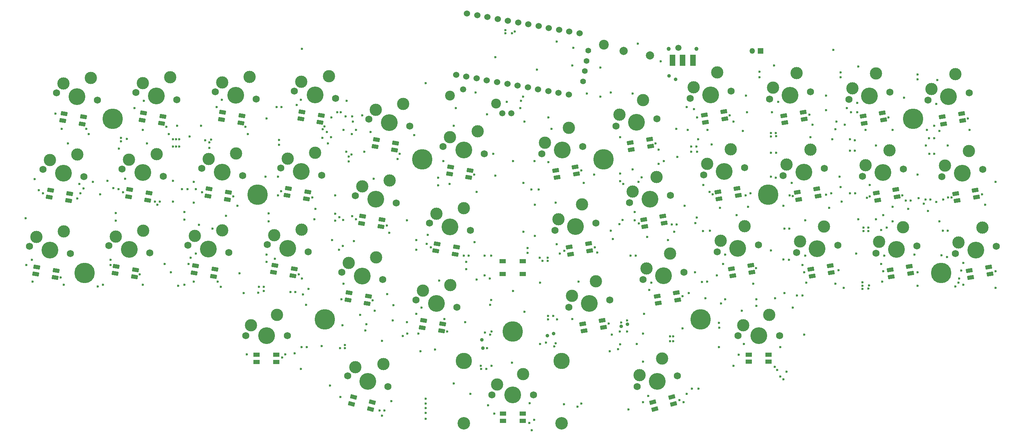
<source format=gts>
G04 #@! TF.GenerationSoftware,KiCad,Pcbnew,7.0.1*
G04 #@! TF.CreationDate,2025-01-08T11:43:02+07:00*
G04 #@! TF.ProjectId,reviung41,72657669-756e-4673-9431-2e6b69636164,1.4*
G04 #@! TF.SameCoordinates,PX2faf080PY2faf080*
G04 #@! TF.FileFunction,Soldermask,Top*
G04 #@! TF.FilePolarity,Negative*
%FSLAX46Y46*%
G04 Gerber Fmt 4.6, Leading zero omitted, Abs format (unit mm)*
G04 Created by KiCad (PCBNEW 7.0.1) date 2025-01-08 11:43:02*
%MOMM*%
%LPD*%
G01*
G04 APERTURE LIST*
G04 Aperture macros list*
%AMRoundRect*
0 Rectangle with rounded corners*
0 $1 Rounding radius*
0 $2 $3 $4 $5 $6 $7 $8 $9 X,Y pos of 4 corners*
0 Add a 4 corners polygon primitive as box body*
4,1,4,$2,$3,$4,$5,$6,$7,$8,$9,$2,$3,0*
0 Add four circle primitives for the rounded corners*
1,1,$1+$1,$2,$3*
1,1,$1+$1,$4,$5*
1,1,$1+$1,$6,$7*
1,1,$1+$1,$8,$9*
0 Add four rect primitives between the rounded corners*
20,1,$1+$1,$2,$3,$4,$5,0*
20,1,$1+$1,$4,$5,$6,$7,0*
20,1,$1+$1,$6,$7,$8,$9,0*
20,1,$1+$1,$8,$9,$2,$3,0*%
%AMRotRect*
0 Rectangle, with rotation*
0 The origin of the aperture is its center*
0 $1 length*
0 $2 width*
0 $3 Rotation angle, in degrees counterclockwise*
0 Add horizontal line*
21,1,$1,$2,0,0,$3*%
G04 Aperture macros list end*
%ADD10R,1.350000X1.350000*%
%ADD11O,1.350000X1.350000*%
%ADD12C,1.000000*%
%ADD13RoundRect,0.102000X0.600000X1.250000X-0.600000X1.250000X-0.600000X-1.250000X0.600000X-1.250000X0*%
%ADD14C,1.750000*%
%ADD15C,3.000000*%
%ADD16C,3.987800*%
%ADD17C,3.048000*%
%ADD18C,1.524000*%
%ADD19R,1.500000X1.000000*%
%ADD20C,5.000000*%
%ADD21C,2.400000*%
%ADD22C,4.100000*%
%ADD23RotRect,1.600000X1.000000X350.000000*%
%ADD24RotRect,1.600000X1.000000X10.000000*%
%ADD25R,1.600000X1.000000*%
%ADD26C,1.400000*%
%ADD27RotRect,1.600000X1.000000X345.000000*%
%ADD28RotRect,1.600000X1.000000X15.000000*%
%ADD29C,2.000000*%
%ADD30C,0.600000*%
%ADD31C,1.500000*%
%ADD32C,0.900000*%
G04 APERTURE END LIST*
D10*
X155215998Y-10960001D03*
D11*
X153215998Y-10960001D03*
D12*
X139582000Y-10452000D03*
X132782000Y-10452000D03*
D13*
X138682000Y-13202000D03*
X136182000Y-13202000D03*
X133682000Y-13202000D03*
D14*
X-16722823Y-21217867D03*
D15*
X-15031051Y-18936989D03*
D16*
X-11720000Y-22100000D03*
D15*
X-8336456Y-17538243D03*
D14*
X-6717177Y-22982133D03*
X2667177Y-21107867D03*
D15*
X4358949Y-18826989D03*
D16*
X7670000Y-21990000D03*
D15*
X11053544Y-17428243D03*
D14*
X12672823Y-22872133D03*
X22017177Y-20947867D03*
D15*
X23708949Y-18666989D03*
D16*
X27020000Y-21830000D03*
D15*
X30403544Y-17268243D03*
D14*
X32022823Y-22712133D03*
X41387177Y-20807867D03*
D15*
X43078949Y-18526989D03*
D16*
X46390000Y-21690000D03*
D15*
X49773544Y-17128243D03*
D14*
X51392823Y-22572133D03*
X59537177Y-27597867D03*
D15*
X61228949Y-25316989D03*
D16*
X64540000Y-28480000D03*
D15*
X67923544Y-23918243D03*
D14*
X69542823Y-29362133D03*
X77707177Y-34307867D03*
D15*
X79398949Y-32026989D03*
D16*
X82710000Y-35190000D03*
D15*
X86093544Y-30628243D03*
D14*
X87712823Y-36072133D03*
X-20052823Y-39947867D03*
D15*
X-18361051Y-37666989D03*
D16*
X-15050000Y-40830000D03*
D15*
X-11666456Y-36268243D03*
D14*
X-10047177Y-41712133D03*
X-692823Y-39827867D03*
D15*
X998949Y-37546989D03*
D16*
X4310000Y-40710000D03*
D15*
X7693544Y-36148243D03*
D14*
X9312823Y-41592133D03*
X18707177Y-39667867D03*
D15*
X20398949Y-37386989D03*
D16*
X23710000Y-40550000D03*
D15*
X27093544Y-35988243D03*
D14*
X28712823Y-41432133D03*
X38067177Y-39557867D03*
D15*
X39758949Y-37276989D03*
D16*
X43070000Y-40440000D03*
D15*
X46453544Y-35878243D03*
D14*
X48072823Y-41322133D03*
X56217177Y-46337867D03*
D15*
X57908949Y-44056989D03*
D16*
X61220000Y-47220000D03*
D15*
X64603544Y-42658243D03*
D14*
X66222823Y-48102133D03*
X74367177Y-53057867D03*
D15*
X76058949Y-50776989D03*
D16*
X79370000Y-53940000D03*
D15*
X82753544Y-49378243D03*
D14*
X84372823Y-54822133D03*
X-23372823Y-58737867D03*
D15*
X-21681051Y-56456989D03*
D16*
X-18370000Y-59620000D03*
D15*
X-14986456Y-55058243D03*
D14*
X-13367177Y-60502133D03*
X-3972823Y-58577867D03*
D15*
X-2281051Y-56296989D03*
D16*
X1030000Y-59460000D03*
D15*
X4413544Y-54898243D03*
D14*
X6032823Y-60342133D03*
X15367177Y-58467867D03*
D15*
X17058949Y-56186989D03*
D16*
X20370000Y-59350000D03*
D15*
X23753544Y-54788243D03*
D14*
X25372823Y-60232133D03*
X34751797Y-58316238D03*
D15*
X36443569Y-56035360D03*
D16*
X39754620Y-59198371D03*
D15*
X43138164Y-54636614D03*
D14*
X44757443Y-60080504D03*
X52907177Y-65067867D03*
D15*
X54598949Y-62786989D03*
D16*
X57910000Y-65950000D03*
D15*
X61293544Y-61388243D03*
D14*
X62912823Y-66832133D03*
X71057177Y-71827867D03*
D15*
X72748949Y-69546989D03*
D16*
X76060000Y-72710000D03*
D15*
X79443544Y-68148243D03*
D14*
X81062823Y-73592133D03*
X101767177Y-36072133D03*
D15*
X102576816Y-33350188D03*
D16*
X106770000Y-35190000D03*
D15*
X108389279Y-29746110D03*
D14*
X111772823Y-34307867D03*
X119917177Y-29292133D03*
D15*
X120726816Y-26570188D03*
D16*
X124920000Y-28410000D03*
D15*
X126539279Y-22966110D03*
D14*
X129922823Y-27527867D03*
X138047177Y-22552133D03*
D15*
X138856816Y-19830188D03*
D16*
X143050000Y-21670000D03*
D15*
X144669279Y-16226110D03*
D14*
X148052823Y-20787867D03*
X157437177Y-22692133D03*
D15*
X158246816Y-19970188D03*
D16*
X162440000Y-21810000D03*
D15*
X164059279Y-16366110D03*
D14*
X167442823Y-20927867D03*
X176807177Y-22822133D03*
D15*
X177616816Y-20100188D03*
D16*
X181810000Y-21940000D03*
D15*
X183429279Y-16496110D03*
D14*
X186812823Y-21057867D03*
X196147177Y-22982133D03*
D15*
X196956816Y-20260188D03*
D16*
X201150000Y-22100000D03*
D15*
X202769279Y-16656110D03*
D14*
X206152823Y-21217867D03*
X105037177Y-54802133D03*
D15*
X105846816Y-52080188D03*
D16*
X110040000Y-53920000D03*
D15*
X111659279Y-48476110D03*
D14*
X115042823Y-53037867D03*
X123207177Y-48062133D03*
D15*
X124016816Y-45340188D03*
D16*
X128210000Y-47180000D03*
D15*
X129829279Y-41736110D03*
D14*
X133212823Y-46297867D03*
X141337177Y-41292133D03*
D15*
X142146816Y-38570188D03*
D16*
X146340000Y-40410000D03*
D15*
X147959279Y-34966110D03*
D14*
X151342823Y-39527867D03*
X160767177Y-41432133D03*
D15*
X161576816Y-38710188D03*
D16*
X165770000Y-40550000D03*
D15*
X167389279Y-35106110D03*
D14*
X170772823Y-39667867D03*
X180097177Y-41592133D03*
D15*
X180906816Y-38870188D03*
D16*
X185100000Y-40710000D03*
D15*
X186719279Y-35266110D03*
D14*
X190102823Y-39827867D03*
X199487177Y-41712133D03*
D15*
X200296816Y-38990188D03*
D16*
X204490000Y-40830000D03*
D15*
X206109279Y-35386110D03*
D14*
X209492823Y-39947867D03*
X108387177Y-73572133D03*
D15*
X109196816Y-70850188D03*
D16*
X113390000Y-72690000D03*
D15*
X115009279Y-67246110D03*
D14*
X118392823Y-71807867D03*
X126517177Y-66812133D03*
D15*
X127326816Y-64090188D03*
D16*
X131520000Y-65930000D03*
D15*
X133139279Y-60486110D03*
D14*
X136522823Y-65047867D03*
X144667177Y-60092133D03*
D15*
X145476816Y-57370188D03*
D16*
X149670000Y-59210000D03*
D15*
X151289279Y-53766110D03*
D14*
X154672823Y-58327867D03*
X164057177Y-60202133D03*
D15*
X164866816Y-57480188D03*
D16*
X169060000Y-59320000D03*
D15*
X170679279Y-53876110D03*
D14*
X174062823Y-58437867D03*
X183407177Y-60362133D03*
D15*
X184216816Y-57640188D03*
D16*
X188410000Y-59480000D03*
D15*
X190029279Y-54036110D03*
D14*
X193412823Y-58597867D03*
X202777177Y-60502133D03*
D15*
X203586816Y-57780188D03*
D16*
X207780000Y-59620000D03*
D15*
X209399279Y-54176110D03*
D14*
X212782823Y-58737867D03*
X29450000Y-80570000D03*
D15*
X30720000Y-78030000D03*
D16*
X34530000Y-80570000D03*
D15*
X37070000Y-75490000D03*
D14*
X39610000Y-80570000D03*
X54395358Y-90400081D03*
D15*
X56279484Y-88275330D03*
D16*
X59302261Y-91714882D03*
D15*
X63070513Y-87465379D03*
D14*
X64209164Y-93029683D03*
D16*
X82782000Y-86745000D03*
D17*
X82782000Y-101985000D03*
D14*
X89640000Y-95000000D03*
D15*
X90910000Y-92460000D03*
D16*
X94720000Y-95000000D03*
D15*
X97260000Y-89920000D03*
D14*
X99800000Y-95000000D03*
D16*
X106658000Y-86745000D03*
D17*
X106658000Y-101985000D03*
D14*
X125123097Y-93024801D03*
D15*
X125692422Y-90242649D03*
D16*
X130030000Y-91710000D03*
D15*
X131168651Y-86145696D03*
D14*
X134936903Y-90395199D03*
X149690000Y-80550000D03*
D15*
X150960000Y-78010000D03*
D16*
X154770000Y-80550000D03*
D15*
X157310000Y-75470000D03*
D14*
X159850000Y-80550000D03*
D18*
X83513659Y-1810156D03*
X86015071Y-2251222D03*
X88516482Y-2692289D03*
X91017894Y-3133355D03*
X93519306Y-3574421D03*
X96020718Y-4015488D03*
X98522129Y-4456554D03*
X101023541Y-4897621D03*
X103524953Y-5338687D03*
X106026364Y-5779753D03*
X108527776Y-6220820D03*
X111029188Y-6661886D03*
X108386262Y-21650660D03*
X105884851Y-21209594D03*
X103383439Y-20768527D03*
X100882027Y-20327461D03*
X98380616Y-19886395D03*
X95879204Y-19445328D03*
X93377792Y-19004262D03*
X90876381Y-18563195D03*
X88374969Y-18122129D03*
X85873557Y-17681063D03*
X83372146Y-17239996D03*
X80870734Y-16798930D03*
D19*
X92220000Y-62320000D03*
X92220000Y-65520000D03*
X97120000Y-65520000D03*
X97120000Y-62320000D03*
D20*
X-2990000Y-27590000D03*
X-9870000Y-65240000D03*
X32400000Y-46100000D03*
X48770000Y-76530000D03*
X94660000Y-79530000D03*
X140560000Y-76530000D03*
X157050000Y-46090000D03*
X199320000Y-65240000D03*
X192470000Y-27580000D03*
X116840000Y-37480000D03*
X72620000Y-37480000D03*
D21*
X116930000Y-9420000D03*
X90630000Y-23860000D03*
X79390000Y-21860000D03*
D22*
X76060000Y-72710000D03*
D23*
X72589454Y-78571394D03*
X72893339Y-76847980D03*
X77620416Y-77681491D03*
X77316531Y-79404905D03*
D22*
X124920000Y-28410000D03*
D24*
X123663469Y-35104905D03*
X123359584Y-33381491D03*
X128086661Y-32547980D03*
X128390546Y-34271394D03*
D22*
X149670000Y-59210000D03*
D24*
X148413469Y-65904905D03*
X148109584Y-64181491D03*
X152836661Y-63347980D03*
X153140546Y-65071394D03*
D22*
X57910000Y-65950000D03*
D23*
X54439454Y-71811394D03*
X54743339Y-70087980D03*
X59470416Y-70921491D03*
X59166531Y-72644905D03*
D22*
X-11720000Y-22100000D03*
D23*
X-15190546Y-27961394D03*
X-14886661Y-26237980D03*
X-10159584Y-27071491D03*
X-10463469Y-28794905D03*
D22*
X23710000Y-40550000D03*
D23*
X20239454Y-46411394D03*
X20543339Y-44687980D03*
X25270416Y-45521491D03*
X24966531Y-47244905D03*
D22*
X1030000Y-59460000D03*
D23*
X-2440546Y-65321394D03*
X-2136661Y-63597980D03*
X2590416Y-64431491D03*
X2286531Y-66154905D03*
D22*
X43070000Y-40440000D03*
D23*
X39599454Y-46301394D03*
X39903339Y-44577980D03*
X44630416Y-45411491D03*
X44326531Y-47134905D03*
D22*
X204490000Y-40830000D03*
D24*
X203233469Y-47524905D03*
X202929584Y-45801491D03*
X207656661Y-44967980D03*
X207960546Y-46691394D03*
D22*
X128210000Y-47180000D03*
D24*
X126953469Y-53874905D03*
X126649584Y-52151491D03*
X131376661Y-51317980D03*
X131680546Y-53041394D03*
D22*
X154770000Y-80550000D03*
D25*
X152370000Y-86925000D03*
X152370000Y-85175000D03*
X157170000Y-85175000D03*
X157170000Y-86925000D03*
D22*
X207780000Y-59620000D03*
D24*
X206523469Y-66314905D03*
X206219584Y-64591491D03*
X210946661Y-63757980D03*
X211250546Y-65481394D03*
D22*
X188410000Y-59480000D03*
D24*
X187153469Y-66174905D03*
X186849584Y-64451491D03*
X191576661Y-63617980D03*
X191880546Y-65341394D03*
D22*
X162440000Y-21810000D03*
D24*
X161183469Y-28504905D03*
X160879584Y-26781491D03*
X165606661Y-25947980D03*
X165910546Y-27671394D03*
D22*
X20370000Y-59350000D03*
D23*
X16899454Y-65211394D03*
X17203339Y-63487980D03*
X21930416Y-64321491D03*
X21626531Y-66044905D03*
D22*
X143050000Y-21670000D03*
D24*
X141793469Y-28364905D03*
X141489584Y-26641491D03*
X146216661Y-25807980D03*
X146520546Y-27531394D03*
D22*
X110040000Y-53920000D03*
D24*
X108783469Y-60614905D03*
X108479584Y-58891491D03*
X113206661Y-58057980D03*
X113510546Y-59781394D03*
D22*
X169060000Y-59320000D03*
D24*
X167803469Y-66014905D03*
X167499584Y-64291491D03*
X172226661Y-63457980D03*
X172530546Y-65181394D03*
D22*
X185100000Y-40710000D03*
D24*
X183843469Y-47404905D03*
X183539584Y-45681491D03*
X188266661Y-44847980D03*
X188570546Y-46571394D03*
D22*
X181810000Y-21940000D03*
D24*
X180553469Y-28634905D03*
X180249584Y-26911491D03*
X184976661Y-26077980D03*
X185280546Y-27801394D03*
D22*
X4310000Y-40710000D03*
D23*
X839454Y-46571394D03*
X1143339Y-44847980D03*
X5870416Y-45681491D03*
X5566531Y-47404905D03*
D26*
X111850000Y-18400000D03*
X112291067Y-15898588D03*
X112732133Y-13397176D03*
X113173200Y-10895764D03*
D22*
X94720000Y-95000000D03*
D25*
X92320000Y-101375000D03*
X92320000Y-99625000D03*
X97120000Y-99625000D03*
X97120000Y-101375000D03*
D22*
X82710000Y-35190000D03*
D23*
X79239454Y-41051394D03*
X79543339Y-39327980D03*
X84270416Y-40161491D03*
X83966531Y-41884905D03*
D22*
X39754620Y-59198371D03*
D23*
X36284074Y-65059765D03*
X36587959Y-63336351D03*
X41315036Y-64169862D03*
X41011151Y-65893276D03*
D22*
X146340000Y-40410000D03*
D24*
X145083469Y-47104905D03*
X144779584Y-45381491D03*
X149506661Y-44547980D03*
X149810546Y-46271394D03*
D22*
X113390000Y-72690000D03*
D24*
X112133469Y-79384905D03*
X111829584Y-77661491D03*
X116556661Y-76827980D03*
X116860546Y-78551394D03*
D22*
X-18370000Y-59620000D03*
D23*
X-21840546Y-65481394D03*
X-21536661Y-63757980D03*
X-16809584Y-64591491D03*
X-17113469Y-66314905D03*
D22*
X64540000Y-28480000D03*
D23*
X61069454Y-34341394D03*
X61373339Y-32617980D03*
X66100416Y-33451491D03*
X65796531Y-35174905D03*
D22*
X61220000Y-47220000D03*
D23*
X57749454Y-53081394D03*
X58053339Y-51357980D03*
X62780416Y-52191491D03*
X62476531Y-53914905D03*
D22*
X59302261Y-91714882D03*
D27*
X55334068Y-97251493D03*
X55787001Y-95561123D03*
X60423445Y-96803455D03*
X59970512Y-98493825D03*
D22*
X165770000Y-40550000D03*
D24*
X164513469Y-47244905D03*
X164209584Y-45521491D03*
X168936661Y-44687980D03*
X169240546Y-46411394D03*
D22*
X27020000Y-21830000D03*
D23*
X23549454Y-27691394D03*
X23853339Y-25967980D03*
X28580416Y-26801491D03*
X28276531Y-28524905D03*
D22*
X46390000Y-21690000D03*
D23*
X42919454Y-27551394D03*
X43223339Y-25827980D03*
X47950416Y-26661491D03*
X47646531Y-28384905D03*
D22*
X130030000Y-91710000D03*
D28*
X129361749Y-98488943D03*
X128908816Y-96798573D03*
X133545260Y-95556241D03*
X133998193Y-97246611D03*
D22*
X131520000Y-65930000D03*
D24*
X130263469Y-72624905D03*
X129959584Y-70901491D03*
X134686661Y-70067980D03*
X134990546Y-71791394D03*
D22*
X7670000Y-21990000D03*
D23*
X4199454Y-27851394D03*
X4503339Y-26127980D03*
X9230416Y-26961491D03*
X8926531Y-28684905D03*
D22*
X79370000Y-53940000D03*
D23*
X75899454Y-59801394D03*
X76203339Y-58077980D03*
X80930416Y-58911491D03*
X80626531Y-60634905D03*
D22*
X-15050000Y-40830000D03*
D23*
X-18520546Y-46691394D03*
X-18216661Y-44967980D03*
X-13489584Y-45801491D03*
X-13793469Y-47524905D03*
D22*
X106770000Y-35190000D03*
D24*
X105513469Y-41884905D03*
X105209584Y-40161491D03*
X109936661Y-39327980D03*
X110240546Y-41051394D03*
D22*
X201150000Y-22100000D03*
D24*
X199893469Y-28794905D03*
X199589584Y-27071491D03*
X204316661Y-26237980D03*
X204620546Y-27961394D03*
D22*
X34530000Y-80570000D03*
D25*
X32130000Y-86945000D03*
X32130000Y-85195000D03*
X36930000Y-85195000D03*
X36930000Y-86945000D03*
D29*
X128200625Y-12064357D03*
X121799375Y-10935643D03*
D30*
X93256000Y-23406000D03*
X173012000Y-10706000D03*
X109512000Y-10198000D03*
X109258000Y-14516000D03*
X100622000Y-15532000D03*
X125260000Y-9182000D03*
X116123061Y-15038794D03*
X118656000Y-21120000D03*
X123990000Y-21374000D03*
X97320000Y-43218000D03*
X89954000Y-36106000D03*
X104178000Y-30010000D03*
X80810000Y-24930000D03*
X85636000Y-21120000D03*
X90462000Y-12484000D03*
D31*
X82588000Y-20358000D03*
X92179500Y-26200000D03*
X94332500Y-26200000D03*
X135166000Y-10198000D03*
D30*
X97201500Y-22136000D03*
X139738000Y-35598000D03*
X157752071Y-35852000D03*
X138295071Y-35598000D03*
X197671071Y-36106000D03*
X177082071Y-35344000D03*
X178281071Y-35344000D03*
X99289997Y-44804003D03*
X101065003Y-44806997D03*
X159042000Y-35852000D03*
X196472071Y-36106000D03*
X180392071Y-54140000D03*
X123475071Y-60998000D03*
X124752000Y-60998000D03*
X96720500Y-23152000D03*
X162241071Y-54394000D03*
X161042071Y-54394000D03*
X142827989Y-54884120D03*
X200961071Y-54902000D03*
X103248071Y-62268000D03*
X101995071Y-62268000D03*
X181591071Y-54140000D03*
X199762071Y-54902000D03*
X141199997Y-54964003D03*
X52489577Y-83604000D03*
X88261500Y-88684000D03*
X89206105Y-73027500D03*
X89192000Y-80302000D03*
X88430000Y-83604000D03*
X96542902Y-24945098D03*
X89476373Y-71828500D03*
X53742577Y-83604000D03*
X87008500Y-88684000D03*
X-9451500Y-30010000D03*
X78016000Y-76492000D03*
X28994000Y-70142000D03*
X66586000Y-37376000D03*
X43218000Y-66586000D03*
X136436000Y-96812000D03*
X73444000Y-97151500D03*
X130340000Y-35090000D03*
X73444000Y-100876000D03*
X206286000Y-30264000D03*
X137706000Y-70142000D03*
X46520000Y-49568000D03*
X64554000Y-55410000D03*
X191300000Y-49568000D03*
X152184000Y-49060000D03*
X39154000Y-85128000D03*
X23406000Y-68618000D03*
X134150000Y-55156000D03*
X175806000Y-28994000D03*
X-11646000Y-47028000D03*
X55410000Y-31280000D03*
X7912000Y-48552000D03*
X99352000Y-103670000D03*
X118910000Y-80302000D03*
X10706000Y-31280000D03*
X62776000Y-100114000D03*
X210096000Y-48552000D03*
X-6058000Y-46012000D03*
X112052000Y-43218000D03*
X18580000Y-29248000D03*
X118402000Y-84366000D03*
X4356000Y-68110000D03*
X159296000Y-88938000D03*
X175552000Y-68872000D03*
X92919806Y-6642000D03*
X167932000Y-28994000D03*
X75730000Y-83976500D03*
X-8852000Y-31280000D03*
X115354000Y-60236000D03*
X73444000Y-98244500D03*
X187490000Y-30264000D03*
X137452000Y-30264000D03*
X193586000Y-68364000D03*
X161074000Y-70142000D03*
X-14948000Y-68110000D03*
X27470000Y-48806000D03*
X83350000Y-62522000D03*
X73444000Y-99443500D03*
X85890000Y-45404003D03*
X94518806Y-6642000D03*
X196126000Y-50076000D03*
X49314000Y-30772000D03*
X60998000Y-74460000D03*
X148628000Y-28232000D03*
X153454000Y-67856000D03*
X171996000Y-49314000D03*
X73444000Y-95952500D03*
X212636000Y-68872000D03*
X30010000Y-31280000D03*
X148628000Y-87922000D03*
X187490000Y-49060000D03*
X203746000Y-66586000D03*
X145072000Y-83350000D03*
X53378000Y-30264000D03*
X62776000Y-81826000D03*
X-15456000Y-30010000D03*
X60744000Y-42202000D03*
X15532000Y-63030000D03*
X-22071489Y-42257675D03*
X85890000Y-66840000D03*
X76746000Y-67094000D03*
X23660000Y-22898000D03*
X139230000Y-65062000D03*
X4356000Y-30264000D03*
X73952000Y-55918000D03*
X84366000Y-94780000D03*
X142278000Y-30264000D03*
X158788000Y-71412000D03*
X55664000Y-28232000D03*
X65062000Y-96558000D03*
X171234000Y-21882000D03*
X64046000Y-70396000D03*
X88430000Y-26454000D03*
X174790000Y-44234000D03*
X173774000Y-28232000D03*
X162852000Y-43218000D03*
X157772000Y-59728000D03*
X11214000Y-65062000D03*
X165900000Y-65062000D03*
X80302000Y-29248000D03*
X68872000Y-52362000D03*
X137198000Y-24676000D03*
X-22568000Y-67348000D03*
X175044000Y-47790000D03*
X46266000Y-52108000D03*
X144564000Y-65824000D03*
X68872000Y-77254000D03*
X174536000Y-41694000D03*
X101384000Y-67602000D03*
X193586000Y-41186000D03*
X34582000Y-62522000D03*
X12484000Y-34328000D03*
X72428000Y-73698000D03*
X130848000Y-13500000D03*
X166408000Y-67602000D03*
X145326000Y-49314000D03*
X141770000Y-71412000D03*
X198920000Y-30518000D03*
X128562000Y-67602000D03*
X192824000Y-60744000D03*
X-7836000Y-42964000D03*
X94780000Y-69634000D03*
X176314000Y-24930000D03*
X53124000Y-78016000D03*
X97320000Y-55156000D03*
X166154000Y-52362000D03*
X146596000Y-60744000D03*
X200952000Y-34074000D03*
X100114000Y-56172000D03*
X132626000Y-57188000D03*
X204762000Y-62776000D03*
X103416000Y-27216000D03*
X94526000Y-87160000D03*
X55918000Y-57442000D03*
X50584000Y-57188000D03*
X97574000Y-28232000D03*
X-13932000Y-33566000D03*
X13246000Y-32550000D03*
X198412000Y-18072000D03*
X-4280000Y-42710000D03*
X-3518000Y-63284000D03*
X150914000Y-30518000D03*
X146596000Y-71666000D03*
X57950000Y-26708000D03*
X158534000Y-14516000D03*
X185458000Y-60998000D03*
X51854000Y-25946000D03*
X126530000Y-86906000D03*
X114592000Y-41186000D03*
X110782000Y-67348000D03*
X11722000Y-42710000D03*
X204762000Y-68110000D03*
X134912000Y-36868000D03*
X18056650Y-53421172D03*
X166154000Y-60998000D03*
X97574000Y-74714000D03*
X171234000Y-25438000D03*
X52729594Y-25946000D03*
X105448000Y-58204000D03*
X80302000Y-92240000D03*
X198158000Y-23914000D03*
X16802000Y-42964000D03*
X198920000Y-52616000D03*
X163106000Y-73698000D03*
X165900000Y-80302000D03*
X190284000Y-22390000D03*
X34582000Y-27470000D03*
X122974000Y-98590000D03*
X123990000Y-39916000D03*
X-22731740Y-61995825D03*
X98844000Y-97066000D03*
X180886000Y-30264000D03*
X178854000Y-23660000D03*
X79286000Y-43472000D03*
X57442000Y-75476000D03*
X11722000Y-34328000D03*
X58458000Y-35598000D03*
X167424000Y-32042000D03*
X172758000Y-32550000D03*
X48044000Y-83096000D03*
X16802000Y-48044000D03*
X12484000Y-32550000D03*
X136690000Y-48806000D03*
X178854000Y-25946000D03*
X83096000Y-77254000D03*
X124498000Y-50330000D03*
X137198000Y-94780000D03*
X38000Y-42202000D03*
X136182000Y-78778000D03*
X51346000Y-46266000D03*
X160820000Y-48806000D03*
X16802000Y-67348000D03*
X21374000Y-54394000D03*
X145580000Y-72682000D03*
X88684000Y-97574000D03*
X181902000Y-43726000D03*
X37376000Y-41694000D03*
X119164000Y-56934000D03*
X105194000Y-48044000D03*
X143294000Y-33820000D03*
X73444000Y-18834000D03*
X9690000Y-63030000D03*
X126784000Y-75222000D03*
X100114000Y-48552000D03*
X151168000Y-82588000D03*
X90462000Y-41440000D03*
X195872000Y-30264000D03*
X72174000Y-84366000D03*
X13246000Y-34328000D03*
X183426000Y-34074000D03*
X42964000Y-88684000D03*
X43218000Y-10452000D03*
X125006000Y-82588000D03*
X187490000Y-52616000D03*
X34582000Y-60744000D03*
X71666000Y-80048000D03*
X159550000Y-23406000D03*
X56426000Y-30264000D03*
X184950000Y-67348000D03*
X126530000Y-80048000D03*
X50076000Y-92748000D03*
X141262000Y-43726000D03*
X83350000Y-64300000D03*
X149390000Y-51092000D03*
X139738000Y-27216000D03*
X4610000Y-23152000D03*
X65395355Y-76800199D03*
X185204000Y-64808000D03*
X160058000Y-83350000D03*
X85382000Y-57696000D03*
X183426000Y-52108000D03*
X11722000Y-32550000D03*
X185204000Y-51092000D03*
X151930000Y-25946000D03*
X212636000Y-42964000D03*
X178600000Y-60490000D03*
X118656000Y-54902000D03*
X127800000Y-95288000D03*
X195618000Y-34074000D03*
X41440000Y-84874000D03*
X53378000Y-67856000D03*
X150660000Y-74460000D03*
X127546000Y-56426000D03*
X54140000Y-23152000D03*
X179108000Y-14770000D03*
X42964000Y-22898000D03*
X11722000Y-47790000D03*
X65550012Y-73130607D03*
X17310000Y-60490000D03*
X34328000Y-41694000D03*
X5372000Y-33566000D03*
X179108000Y-52108000D03*
X70650000Y-31534000D03*
X107226000Y-97320000D03*
X151676000Y-21882000D03*
X12738000Y-29248000D03*
X120942000Y-42801500D03*
X-2248000Y-52480500D03*
X116116000Y-22136000D03*
X58712000Y-79286000D03*
X105448000Y-8657500D03*
X-978000Y-33058000D03*
X58966000Y-77762000D03*
X120942000Y-40932000D03*
X-1486000Y-34836000D03*
X112829736Y-21329396D03*
X-2248000Y-50584000D03*
D32*
X104700500Y-80048000D03*
D30*
X20612000Y-34700500D03*
D32*
X87414000Y-83564500D03*
D30*
X14516000Y-52226500D03*
X20612000Y-33312000D03*
D32*
X122734500Y-77762000D03*
X132880000Y-17041500D03*
X87160000Y-81557500D03*
D30*
X14516000Y-50330000D03*
D32*
X103147500Y-80556000D03*
X134445069Y-17859069D03*
X121181500Y-78270000D03*
D30*
X37630000Y-33938500D03*
X37630000Y-32685500D03*
X102778971Y-82204971D03*
X154978000Y-17428500D03*
X154978000Y-16040000D03*
X35090000Y-50675500D03*
X105196753Y-82455253D03*
X35090000Y-52616000D03*
X54648000Y-38002500D03*
X54648000Y-36749500D03*
X52299997Y-59536003D03*
X174790000Y-17428500D03*
X53186003Y-58649997D03*
X174790000Y-16175500D03*
X133896000Y-80718500D03*
X120877500Y-79540000D03*
X89056500Y-66586000D03*
X122584500Y-79540000D03*
X133896000Y-81917500D03*
X104550500Y-75730000D03*
X87803500Y-65824000D03*
X103297500Y-75730000D03*
X133096497Y-80718500D03*
X193586000Y-16683500D03*
X76492000Y-43844500D03*
X101341089Y-82545089D03*
X133096497Y-81917500D03*
X181591071Y-69066975D03*
X71158000Y-57188000D03*
X145114911Y-78609500D03*
X120434000Y-83868500D03*
X145089532Y-77410500D03*
X104839762Y-83199466D03*
X71158000Y-59592500D03*
X120942000Y-82669500D03*
X193586000Y-17936500D03*
X76492000Y-41948000D03*
X180124000Y-69126000D03*
X92919806Y-5842497D03*
X95201250Y-6225500D03*
X15786000Y-31879500D03*
X48193221Y-32177500D03*
X48259805Y-30072240D03*
X50421500Y-27216000D03*
X53902500Y-26962000D03*
X55501500Y-26962000D03*
X-11138000Y-43472000D03*
X-10122000Y-44579500D03*
X27978000Y-65316000D03*
X24676000Y-51227500D03*
X41610651Y-69888000D03*
X40411651Y-69888000D03*
X33911500Y-68618000D03*
X32712500Y-68618000D03*
X53742577Y-82804497D03*
X43472000Y-70493500D03*
X89537500Y-87936105D03*
X86901915Y-87891633D03*
X138484500Y-93510000D03*
X154216000Y-73281500D03*
X161582000Y-89354500D03*
X154216000Y-71682500D03*
X160820000Y-91224000D03*
X140083500Y-93510000D03*
X184696000Y-54739500D03*
X173520000Y-67856000D03*
X164122000Y-70741500D03*
X180377310Y-54939367D03*
X180124000Y-67526994D03*
X181591071Y-54939503D03*
X165483500Y-70741500D03*
X186008911Y-54097089D03*
X193840000Y-46936500D03*
X195110000Y-48298000D03*
X173520000Y-30101500D03*
X198158000Y-47881500D03*
X134658000Y-30010000D03*
X159045803Y-31819870D03*
X157752071Y-31825503D03*
X139948071Y-32550000D03*
X98336000Y-59128500D03*
X130340500Y-38574462D03*
X125389839Y-42925661D03*
X121704000Y-43472000D03*
X131610000Y-37884000D03*
X126191911Y-41863911D03*
X98336000Y-60327500D03*
X-16980000Y-26237980D03*
X-1021252Y-32215245D03*
X481003Y-32485003D03*
X10106500Y-29502000D03*
X-24279797Y-51854000D03*
X-15710000Y-66332000D03*
X-21044000Y-44967980D03*
X-20028000Y-45758000D03*
X-2874500Y-44488000D03*
X-1621500Y-44742000D03*
X-10884000Y-45758000D03*
X-24092000Y-63284000D03*
X-6684500Y-68515382D03*
X-5431500Y-68110000D03*
X3601686Y-65565890D03*
X-470000Y-45504000D03*
X8511500Y-47790000D03*
X7312500Y-47790000D03*
X17310000Y-44742000D03*
X13889500Y-44742000D03*
X15278000Y-44742000D03*
X29410500Y-29502000D03*
X19596000Y-32804000D03*
X2324000Y-24930000D03*
X20984500Y-32596903D03*
X14524003Y-68099500D03*
X12992000Y-68364000D03*
X-3518000Y-62014000D03*
X22644000Y-67348000D03*
X18834000Y-45504000D03*
X26454000Y-46520000D03*
X37376000Y-46266000D03*
X38229500Y-24676000D03*
X22390000Y-24676000D03*
X48677980Y-29390819D03*
X37030500Y-24676000D03*
X42456000Y-65570000D03*
X32550000Y-70050500D03*
X16040000Y-61506000D03*
X33911500Y-69634000D03*
X38138000Y-45250000D03*
X55501500Y-51346000D03*
X53293911Y-52277911D03*
X52319089Y-51557089D03*
X45758000Y-46774000D03*
X54048500Y-35598000D03*
X55282470Y-36263031D03*
X67094000Y-36106000D03*
X41948000Y-24168000D03*
X36587959Y-61786041D03*
X60498772Y-71930111D03*
X149898000Y-85175000D03*
X135420000Y-96304000D03*
X160058000Y-90553500D03*
X202814089Y-68533911D03*
X158696500Y-88176000D03*
X203534911Y-67559089D03*
X204254000Y-64591491D03*
X56426000Y-52108000D03*
X73698000Y-58077980D03*
X63954500Y-53632000D03*
X59982000Y-30772000D03*
X85290500Y-41186000D03*
X52870000Y-71666000D03*
X78686500Y-79540000D03*
X68914911Y-80005089D03*
X67813089Y-80598911D03*
X99951500Y-101130000D03*
X98752500Y-101892000D03*
X126530000Y-96798573D03*
X110485089Y-97870911D03*
X111459911Y-97150089D03*
X99978071Y-37884000D03*
X77762000Y-37884000D03*
X111452500Y-40170000D03*
X94780000Y-37884000D03*
X74714000Y-58966000D03*
X106210000Y-60490000D03*
X87803500Y-60998000D03*
X101292500Y-61506000D03*
X82750500Y-60998000D03*
X89456500Y-60998000D03*
X103248071Y-61468497D03*
X83949500Y-60998000D03*
X71158000Y-75222000D03*
X89537500Y-79540000D03*
X103297500Y-76529503D03*
X87922000Y-79794000D03*
X105536210Y-76554731D03*
X118105089Y-77550911D03*
X90208000Y-99625000D03*
X63375500Y-98844000D03*
X62176500Y-98844000D03*
X103416000Y-38138000D03*
X129585481Y-33564681D03*
X107268911Y-59770911D03*
X124498000Y-52362000D03*
X121512003Y-52299997D03*
X120751372Y-53311378D03*
X114754500Y-58966000D03*
X109258000Y-76492000D03*
X121199565Y-77320669D03*
X136139089Y-70861089D03*
X122584500Y-76824421D03*
X52616000Y-95561123D03*
X38392000Y-85890000D03*
X125514000Y-53124000D03*
X139294997Y-53059003D03*
X133550500Y-53378000D03*
X134749500Y-53378000D03*
X139673003Y-51664997D03*
X142786000Y-45381491D03*
X139548071Y-34328000D03*
X120942000Y-32042000D03*
X138295071Y-34328000D03*
X147669769Y-26679581D03*
X128054000Y-69380000D03*
X140889500Y-67412997D03*
X154101399Y-64013471D03*
X142142500Y-67348000D03*
X143548000Y-46012000D03*
X162344000Y-46266000D03*
X151584500Y-46266000D03*
X158951071Y-41905089D03*
X152783500Y-45758000D03*
X157752071Y-41694000D03*
X157752071Y-31026000D03*
X167170000Y-26547480D03*
X138976000Y-25184000D03*
X158951071Y-31026000D03*
X162181500Y-62014000D03*
X174282000Y-64554000D03*
X160777089Y-61922500D03*
X146088000Y-63030000D03*
X163118412Y-46464716D03*
X172532209Y-45743895D03*
X178346000Y-45758000D03*
X171191089Y-46054911D03*
X181186903Y-46877548D03*
X177082071Y-45758000D03*
X186496183Y-27212089D03*
X158026000Y-25946000D03*
X177082071Y-32550000D03*
X178281071Y-32804000D03*
X181703133Y-68275365D03*
X193586000Y-65062000D03*
X180124000Y-68326497D03*
X165483500Y-63284000D03*
X181902000Y-46520000D03*
X196725500Y-47282000D03*
X190700500Y-47536000D03*
X191899500Y-47536000D03*
X199844500Y-47282000D03*
X201043500Y-46774000D03*
X189834427Y-46255698D03*
X195526500Y-47282000D03*
X196380000Y-32296000D03*
X197671071Y-32296000D03*
X177344105Y-25917791D03*
X205851172Y-27457098D03*
X184696000Y-63030000D03*
X199385089Y-60906500D03*
X212636000Y-64808000D03*
X200740911Y-61294911D03*
X209334000Y-46012000D03*
X197671071Y-29248000D03*
X201843003Y-46774000D03*
X43099500Y-83350000D03*
X44234000Y-73054500D03*
X49568000Y-33566000D03*
X44352500Y-83350000D03*
X29756000Y-85128000D03*
X51346000Y-50746500D03*
X50330000Y-32042000D03*
X51343247Y-52483253D03*
X44784911Y-69083089D03*
M02*

</source>
